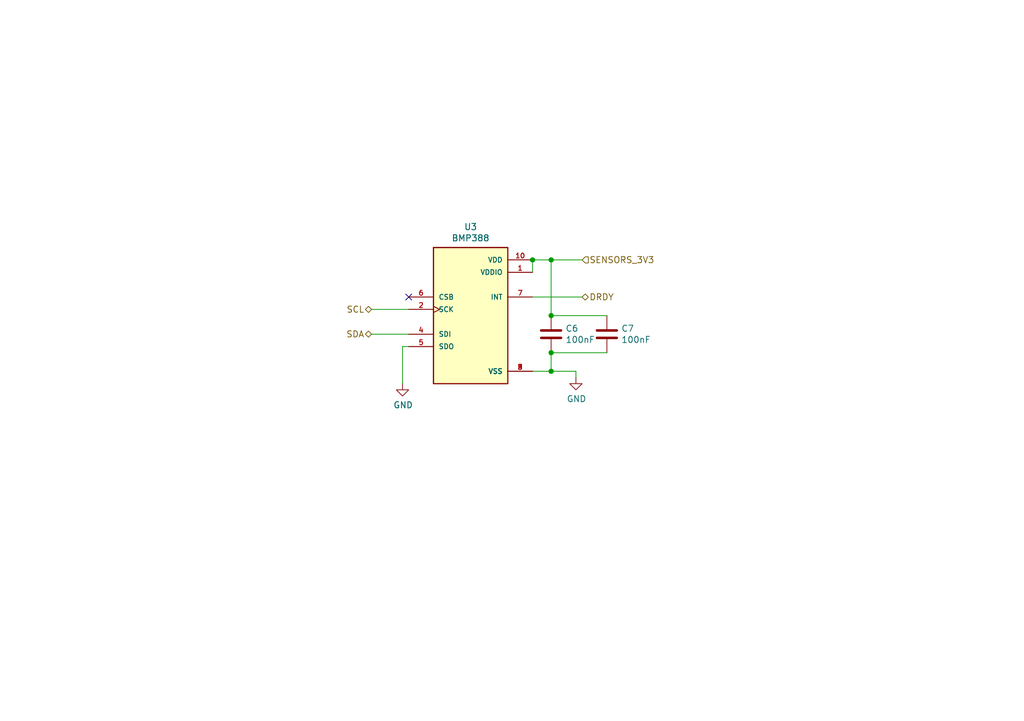
<source format=kicad_sch>
(kicad_sch (version 20211123) (generator eeschema)
  (paper "A5")
  (lib_symbols
    (symbol "BMP388:BMP388" (pin_names (offset 1.016))
      (property "Reference" "U" (at -7.62 15.2654 0))
      (property "Value" "BMP388" (at -7.62 -15.2654 0))
      (symbol "BMP388_0_0"
        (rectangle (start -7.62 -12.7) (end 7.62 15.24) (stroke (width 0.254)) (fill (type background)))
        (pin power_in line (at 12.7 10.16 180) (length 5.08) (name "VDDIO") (number "1"))
        (pin power_in line (at 12.7 12.7 180) (length 5.08) (name "VDD") (number "10"))
        (pin input clock (at -12.7 2.54 0) (length 5.08) (name "SCK") (number "2"))
        (pin power_in line (at 12.7 -10.16 180) (length 5.08) (name "VSS") (number "3"))
        (pin bidirectional line (at -12.7 -2.54 0) (length 5.08) (name "SDI") (number "4"))
        (pin bidirectional line (at -12.7 -5.08 0) (length 5.08) (name "SDO") (number "5"))
        (pin input line (at -12.7 5.08 0) (length 5.08) (name "CSB") (number "6"))
        (pin output line (at 12.7 5.08 180) (length 5.08) (name "INT") (number "7"))
        (pin power_in line (at 12.7 -10.16 180) (length 5.08) (name "VSS") (number "8"))
        (pin power_in line (at 12.7 -10.16 180) (length 5.08) (name "VSS") (number "9"))
      )
    )
    (symbol "Device:C" (pin_numbers hide) (pin_names (offset 0.254))
      (property "Reference" "C" (at 0.635 2.54 0))
      (property "Value" "C" (at 0.635 -2.54 0))
      (symbol "C_0_1"
        (polyline (pts (xy -2.032 -0.762) (xy 2.032 -0.762)) (stroke (width 0.508)))
        (polyline (pts (xy -2.032 0.762) (xy 2.032 0.762)) (stroke (width 0.508)))
      )
      (symbol "C_1_1"
        (pin passive line (at 0 3.81 270) (length 2.794) (name "~") (number "1"))
        (pin passive line (at 0 -3.81 90) (length 2.794) (name "~") (number "2"))
      )
    )
    (symbol "power:GND" (power) (pin_names (offset 0))
      (property "Value" "GND" (at 0 -3.81 0))
      (symbol "GND_0_1"
        (polyline (pts (xy 0 0) (xy 0 -1.27) (xy 1.27 -1.27) (xy 0 -2.54) (xy -1.27 -1.27) (xy 0 -1.27)))
      )
      (symbol "GND_1_1"
        (pin power_in line (at 0 0 270) (length 0) hide (name "GND") (number "1"))
      )
    )
  )
  (junction (at 113.03 76.2))
  (junction (at 113.03 53.34))
  (junction (at 109.22 53.34))
  (junction (at 113.03 64.77))
  (junction (at 113.03 72.39))
  (no_connect (at 83.82 60.96))
  (wire (pts (xy 82.55 71.12) (xy 82.55 78.74)))
  (wire (pts (xy 118.11 76.2) (xy 118.11 77.47)))
  (wire (pts (xy 83.82 63.5) (xy 76.2 63.5)))
  (wire (pts (xy 109.22 60.96) (xy 119.38 60.96)))
  (wire (pts (xy 113.03 64.77) (xy 113.03 53.34)))
  (wire (pts (xy 109.22 53.34) (xy 113.03 53.34)))
  (wire (pts (xy 83.82 71.12) (xy 82.55 71.12)))
  (wire (pts (xy 124.46 64.77) (xy 113.03 64.77)))
  (wire (pts (xy 113.03 76.2) (xy 118.11 76.2)))
  (wire (pts (xy 124.46 72.39) (xy 113.03 72.39)))
  (wire (pts (xy 76.2 68.58) (xy 83.82 68.58)))
  (wire (pts (xy 113.03 72.39) (xy 113.03 76.2)))
  (wire (pts (xy 109.22 55.88) (xy 109.22 53.34)))
  (wire (pts (xy 113.03 53.34) (xy 119.38 53.34)))
  (wire (pts (xy 109.22 76.2) (xy 113.03 76.2)))
  (hierarchical_label "SCL" (shape bidirectional) (at 76.2 63.5 180))
  (hierarchical_label "DRDY" (shape bidirectional) (at 119.38 60.96 0))
  (hierarchical_label "SDA" (shape bidirectional) (at 76.2 68.58 180))
  (hierarchical_label "SENSORS_3V3" (shape input) (at 119.38 53.34 0))
  (symbol (lib_id "Device:C") (at 124.46 68.58 0) (unit 1)
    (property "Reference" "C7" (at 127.381 67.4116 0) (effects (justify left)))
    (property "Value" "100nF" (at 127.381 69.723 0) (effects (justify left)))
    (property "Footprint" "Capacitor_SMD:C_0402_1005Metric" (effects hide))
    (property "Manufacturer_Part_Number" "C1005X7R1H104KT000S" (effects hide))
  )
  (symbol (lib_id "power:GND") (at 82.55 78.74 0) (unit 1)
    (property "Reference" "#PWR0145" (effects hide))
    (property "Value" "GND" (at 82.677 83.1342 0))
  )
  (symbol (lib_id "BMP388:BMP388") (at 96.52 66.04 0) (unit 1)
    (property "Reference" "U3" (at 96.52 46.5582 0))
    (property "Value" "BMP388" (at 96.52 48.8696 0))
    (property "Footprint" "BMP388:PQFN50P200X200X80-10N" (effects hide))
    (property "MANUFACTURER" "BOSCH" (effects hide))
    (property "STANDARD" "IPC 7351B" (effects hide))
    (property "PARTREV" "1.1" (effects hide))
    (property "Manufacturer_Part_Number" "BMP388" (effects hide))
  )
  (symbol (lib_id "Device:C") (at 113.03 68.58 0) (unit 1)
    (property "Reference" "C6" (at 115.951 67.4116 0) (effects (justify left)))
    (property "Value" "100nF" (at 115.951 69.723 0) (effects (justify left)))
    (property "Footprint" "Capacitor_SMD:C_0402_1005Metric" (effects hide))
    (property "Manufacturer_Part_Number" "C1005X7R1H104KT000S" (effects hide))
  )
  (symbol (lib_id "power:GND") (at 118.11 77.47 0) (unit 1)
    (property "Reference" "#PWR0146" (effects hide))
    (property "Value" "GND" (at 118.237 81.8642 0))
  )
)
</source>
